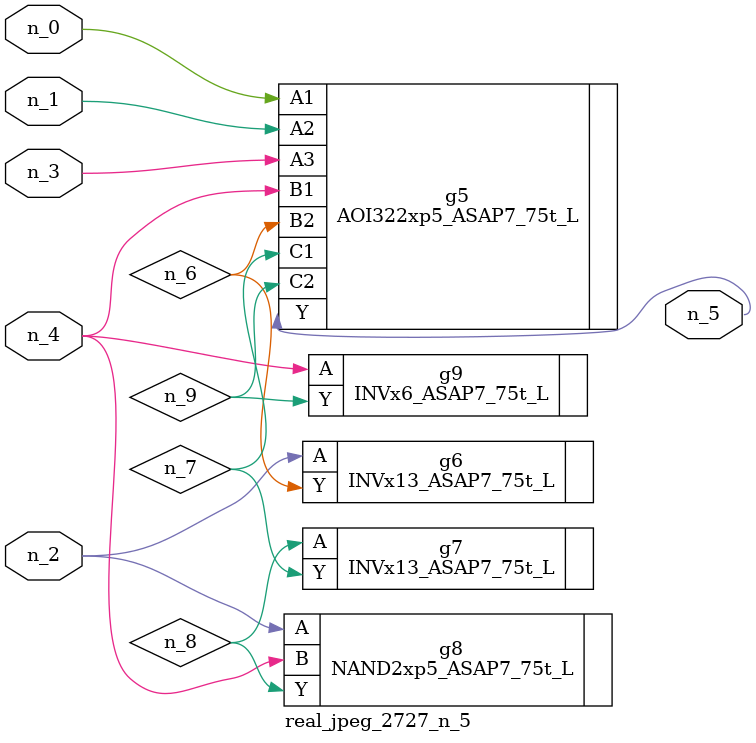
<source format=v>
module real_jpeg_2727_n_5 (n_4, n_0, n_1, n_2, n_3, n_5);

input n_4;
input n_0;
input n_1;
input n_2;
input n_3;

output n_5;

wire n_8;
wire n_6;
wire n_7;
wire n_9;

AOI322xp5_ASAP7_75t_L g5 ( 
.A1(n_0),
.A2(n_1),
.A3(n_3),
.B1(n_4),
.B2(n_6),
.C1(n_7),
.C2(n_9),
.Y(n_5)
);

INVx13_ASAP7_75t_L g6 ( 
.A(n_2),
.Y(n_6)
);

NAND2xp5_ASAP7_75t_L g8 ( 
.A(n_2),
.B(n_4),
.Y(n_8)
);

INVx6_ASAP7_75t_L g9 ( 
.A(n_4),
.Y(n_9)
);

INVx13_ASAP7_75t_L g7 ( 
.A(n_8),
.Y(n_7)
);


endmodule
</source>
